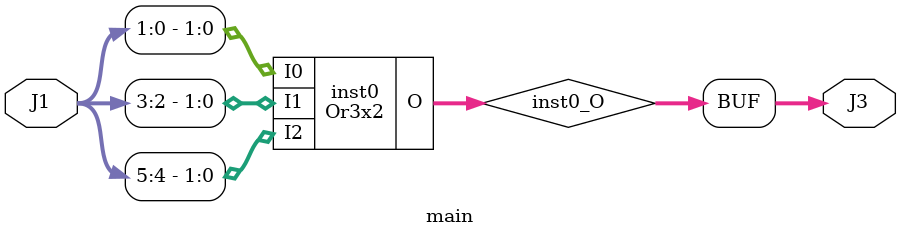
<source format=v>
module Or3 (input [2:0] I, output  O);
wire  inst0_O;
SB_LUT4 #(.LUT_INIT(16'hFEFE)) inst0 (.I0(I[0]), .I1(I[1]), .I2(I[2]), .I3(1'b0), .O(inst0_O));
assign O = inst0_O;
endmodule

module Or3x2 (input [1:0] I0, input [1:0] I1, input [1:0] I2, output [1:0] O);
wire  inst0_O;
wire  inst1_O;
Or3 inst0 (.I({I2[0],I1[0],I0[0]}), .O(inst0_O));
Or3 inst1 (.I({I2[1],I1[1],I0[1]}), .O(inst1_O));
assign O = {inst1_O,inst0_O};
endmodule

module main (input [5:0] J1, output [1:0] J3);
wire [1:0] inst0_O;
Or3x2 inst0 (.I0({J1[1],J1[0]}), .I1({J1[3],J1[2]}), .I2({J1[5],J1[4]}), .O(inst0_O));
assign J3 = inst0_O;
endmodule


</source>
